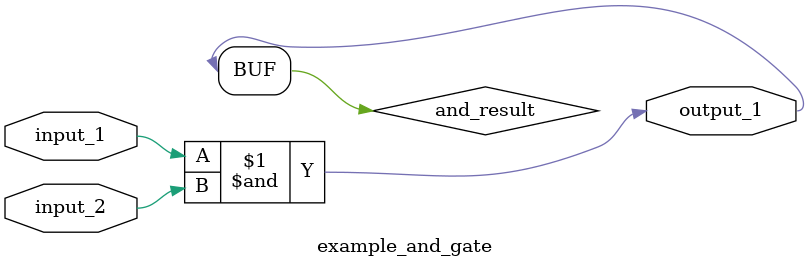
<source format=v>
module example_and_gate
(
    input_1,
    input_2,
    output_1
);
    input input_1;
    input input_2;
    output output_1;
    
    wire and_result;
    assign and_result = input_1 & input_2;
    assign output_1 = and_result;
    endmodule
</source>
